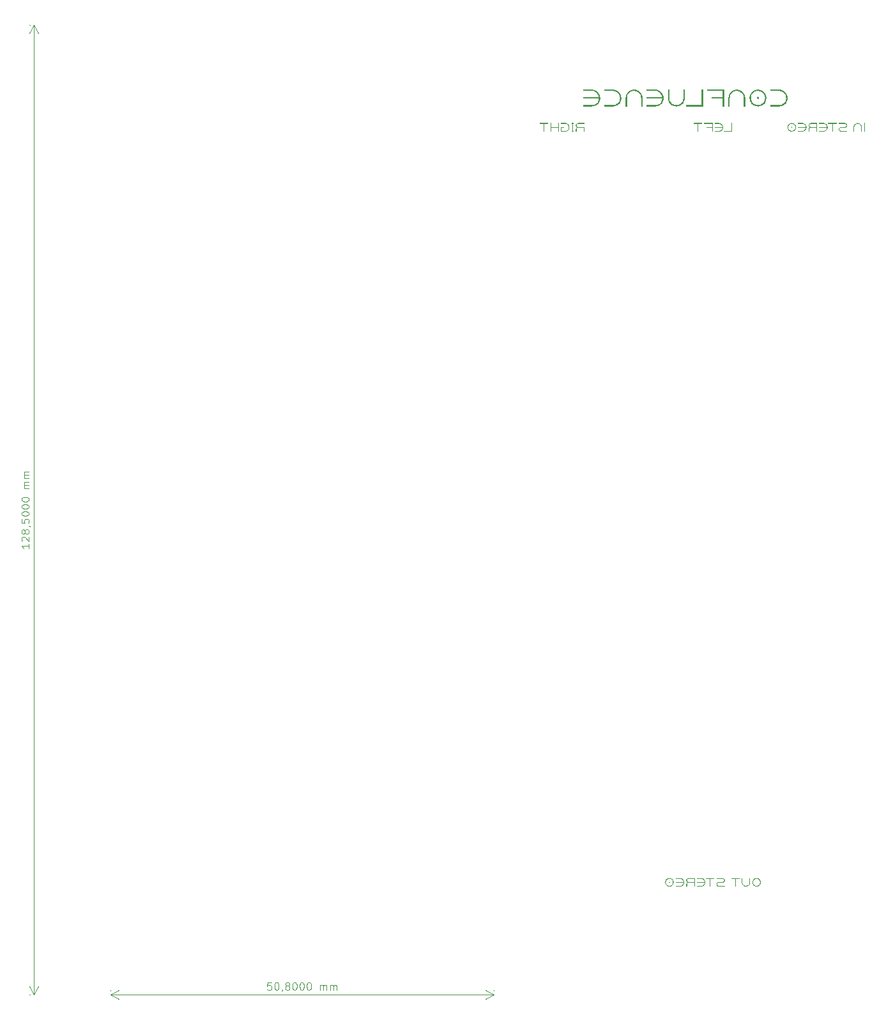
<source format=gbr>
%TF.GenerationSoftware,KiCad,Pcbnew,8.0.0*%
%TF.CreationDate,2024-04-17T20:06:12+02:00*%
%TF.ProjectId,4Channe_Mixer_panel,34436861-6e6e-4655-9f4d-697865725f70,rev?*%
%TF.SameCoordinates,Original*%
%TF.FileFunction,Legend,Bot*%
%TF.FilePolarity,Positive*%
%FSLAX46Y46*%
G04 Gerber Fmt 4.6, Leading zero omitted, Abs format (unit mm)*
G04 Created by KiCad (PCBNEW 8.0.0) date 2024-04-17 20:06:12*
%MOMM*%
%LPD*%
G01*
G04 APERTURE LIST*
%ADD10C,0.125000*%
%ADD11C,0.100000*%
G04 APERTURE END LIST*
D10*
G36*
X143598290Y-52056210D02*
G01*
X144320760Y-52056210D01*
X144320760Y-51024528D01*
X144414793Y-51024528D01*
X144414793Y-52056210D01*
X144414793Y-52077948D01*
X144414793Y-52150000D01*
X143598290Y-52150000D01*
X143294696Y-52150000D01*
X143294696Y-52056210D01*
X143378959Y-52056210D01*
X143598290Y-52056210D01*
G37*
G36*
X143205303Y-51587264D02*
G01*
X143202413Y-51644862D01*
X143193931Y-51700783D01*
X143180137Y-51754744D01*
X143161312Y-51806464D01*
X143137738Y-51855663D01*
X143109695Y-51902060D01*
X143077463Y-51945372D01*
X143041324Y-51985319D01*
X143001559Y-52021619D01*
X142958448Y-52053992D01*
X142912273Y-52082156D01*
X142863313Y-52105830D01*
X142811851Y-52124732D01*
X142758166Y-52138582D01*
X142702540Y-52147098D01*
X142645254Y-52150000D01*
X142085205Y-52150000D01*
X142085205Y-52056210D01*
X142645254Y-52056210D01*
X142711837Y-52051433D01*
X142775545Y-52037544D01*
X142835719Y-52015207D01*
X142891700Y-51985087D01*
X142942828Y-51947847D01*
X142988445Y-51904152D01*
X143027890Y-51854666D01*
X143060505Y-51800053D01*
X143085630Y-51740977D01*
X143102606Y-51678102D01*
X143109071Y-51634403D01*
X142085205Y-51634403D01*
X142085205Y-51540369D01*
X143109071Y-51540369D01*
X143097894Y-51475337D01*
X143078128Y-51413671D01*
X143050433Y-51356033D01*
X143015468Y-51303086D01*
X142973892Y-51255489D01*
X142926365Y-51213907D01*
X142873546Y-51178999D01*
X142816094Y-51151428D01*
X142754669Y-51131855D01*
X142689929Y-51120943D01*
X142645254Y-51118806D01*
X142085205Y-51118806D01*
X142085205Y-51024773D01*
X142645254Y-51024773D01*
X142702540Y-51027674D01*
X142758166Y-51036190D01*
X142811851Y-51050038D01*
X142863313Y-51068939D01*
X142912273Y-51092609D01*
X142958448Y-51120767D01*
X143001559Y-51153133D01*
X143041324Y-51189423D01*
X143077463Y-51229357D01*
X143109695Y-51272653D01*
X143137738Y-51319029D01*
X143161312Y-51368205D01*
X143180137Y-51419898D01*
X143193931Y-51473826D01*
X143202413Y-51529709D01*
X143205303Y-51587264D01*
G37*
G36*
X140988799Y-51024773D02*
G01*
X141805303Y-51024773D01*
X141805303Y-51096824D01*
X141805303Y-51118562D01*
X141805303Y-52150000D01*
X141711269Y-52150000D01*
X141711269Y-51634403D01*
X140988799Y-51634403D01*
X140988799Y-51540369D01*
X141711269Y-51540125D01*
X141711269Y-51118562D01*
X140988799Y-51118562D01*
X140769469Y-51118562D01*
X140685205Y-51118562D01*
X140685205Y-51024773D01*
X140988799Y-51024773D01*
G37*
G36*
X140405303Y-51118562D02*
G01*
X139892393Y-51118562D01*
X139892393Y-52150000D01*
X139798359Y-52150000D01*
X139798359Y-51118562D01*
X139285205Y-51118562D01*
X139285205Y-51024773D01*
X140405303Y-51024773D01*
X140405303Y-51118562D01*
G37*
G36*
X123670341Y-51329588D02*
G01*
X123676514Y-51268034D01*
X123694215Y-51210760D01*
X123722221Y-51158975D01*
X123759306Y-51113891D01*
X123804245Y-51076718D01*
X123855813Y-51048667D01*
X123912784Y-51030948D01*
X123973935Y-51024773D01*
X124790438Y-51024773D01*
X124790438Y-51118562D01*
X123973935Y-51118562D01*
X123921632Y-51125223D01*
X123874139Y-51144089D01*
X123833114Y-51173483D01*
X123800219Y-51211727D01*
X123777114Y-51257145D01*
X123765458Y-51308059D01*
X123764374Y-51329588D01*
X123770984Y-51382118D01*
X123789702Y-51429834D01*
X123818863Y-51471070D01*
X123856800Y-51504159D01*
X123901848Y-51527437D01*
X123952342Y-51539237D01*
X123973690Y-51540369D01*
X124790438Y-51540369D01*
X124790438Y-52150000D01*
X124696405Y-52150000D01*
X124696405Y-51634403D01*
X123973690Y-51634403D01*
X123921486Y-51641047D01*
X123874059Y-51659866D01*
X123833078Y-51689188D01*
X123800206Y-51727342D01*
X123777111Y-51772655D01*
X123765458Y-51823457D01*
X123764374Y-51844940D01*
X123764374Y-52150000D01*
X123670341Y-52150000D01*
X123670341Y-51844940D01*
X123674384Y-51795084D01*
X123689287Y-51738759D01*
X123714106Y-51687304D01*
X123747730Y-51641830D01*
X123789048Y-51603448D01*
X123812246Y-51587264D01*
X123767497Y-51552845D01*
X123729887Y-51510778D01*
X123700526Y-51462175D01*
X123680526Y-51408146D01*
X123671812Y-51359779D01*
X123670341Y-51329588D01*
G37*
G36*
X123108826Y-51118562D02*
G01*
X123108826Y-51024773D01*
X123390927Y-51024773D01*
X123390927Y-51118562D01*
X123296893Y-51118562D01*
X123296893Y-52056210D01*
X123390927Y-52056210D01*
X123390927Y-52150000D01*
X123108826Y-52150000D01*
X123108826Y-52056210D01*
X123202860Y-52056210D01*
X123202860Y-51118562D01*
X123108826Y-51118562D01*
G37*
G36*
X122829657Y-51587264D02*
G01*
X122826767Y-51644862D01*
X122818285Y-51700783D01*
X122804491Y-51754744D01*
X122785666Y-51806464D01*
X122762092Y-51855663D01*
X122734049Y-51902060D01*
X122701817Y-51945372D01*
X122665678Y-51985319D01*
X122625913Y-52021619D01*
X122582802Y-52053992D01*
X122536627Y-52082156D01*
X122487667Y-52105830D01*
X122436205Y-52124732D01*
X122382520Y-52138582D01*
X122326894Y-52147098D01*
X122269608Y-52150000D01*
X121709559Y-52150000D01*
X121709559Y-51540369D01*
X122110850Y-51540369D01*
X122110850Y-51634403D01*
X121803593Y-51634403D01*
X121803593Y-52056210D01*
X122269608Y-52056210D01*
X122340478Y-52050793D01*
X122408027Y-52035077D01*
X122471458Y-52009868D01*
X122529973Y-51975968D01*
X122582776Y-51934182D01*
X122629069Y-51885315D01*
X122668057Y-51830171D01*
X122698941Y-51769553D01*
X122720925Y-51704266D01*
X122733213Y-51635115D01*
X122735623Y-51587264D01*
X122730243Y-51516051D01*
X122714635Y-51448166D01*
X122689596Y-51384411D01*
X122655922Y-51325590D01*
X122614410Y-51272505D01*
X122565859Y-51225959D01*
X122511063Y-51186756D01*
X122450821Y-51155698D01*
X122385929Y-51133589D01*
X122317184Y-51121231D01*
X122269608Y-51118806D01*
X121709559Y-51118806D01*
X121709559Y-51024773D01*
X122269608Y-51024773D01*
X122326894Y-51027674D01*
X122382520Y-51036190D01*
X122436205Y-51050038D01*
X122487667Y-51068939D01*
X122536627Y-51092609D01*
X122582802Y-51120767D01*
X122625913Y-51153133D01*
X122665678Y-51189423D01*
X122701817Y-51229357D01*
X122734049Y-51272653D01*
X122762092Y-51319029D01*
X122785666Y-51368205D01*
X122804491Y-51419898D01*
X122818285Y-51473826D01*
X122826767Y-51529709D01*
X122829657Y-51587264D01*
G37*
G36*
X120403593Y-51540614D02*
G01*
X121335623Y-51540614D01*
X121335623Y-51024528D01*
X121429657Y-51024528D01*
X121429657Y-52150000D01*
X121335623Y-52150000D01*
X121335623Y-51634403D01*
X120403593Y-51634403D01*
X120403593Y-52150000D01*
X120309559Y-52150000D01*
X120309559Y-51024528D01*
X120403593Y-51024528D01*
X120403593Y-51540614D01*
G37*
G36*
X120029657Y-51118562D02*
G01*
X119516747Y-51118562D01*
X119516747Y-52150000D01*
X119422713Y-52150000D01*
X119422713Y-51118562D01*
X118909559Y-51118562D01*
X118909559Y-51024773D01*
X120029657Y-51024773D01*
X120029657Y-51118562D01*
G37*
G36*
X147682163Y-151027674D02*
G01*
X147737789Y-151036190D01*
X147791473Y-151050038D01*
X147842936Y-151068939D01*
X147891895Y-151092609D01*
X147938071Y-151120767D01*
X147981182Y-151153133D01*
X148020947Y-151189423D01*
X148057086Y-151229357D01*
X148089317Y-151272653D01*
X148117361Y-151319029D01*
X148140935Y-151368205D01*
X148159759Y-151419898D01*
X148173553Y-151473826D01*
X148182036Y-151529709D01*
X148184925Y-151587264D01*
X148182036Y-151644862D01*
X148173553Y-151700783D01*
X148159759Y-151754744D01*
X148140935Y-151806464D01*
X148117361Y-151855663D01*
X148089317Y-151902060D01*
X148057086Y-151945372D01*
X148020947Y-151985319D01*
X147981182Y-152021619D01*
X147938071Y-152053992D01*
X147891895Y-152082156D01*
X147842936Y-152105830D01*
X147791473Y-152124732D01*
X147737789Y-152138582D01*
X147682163Y-152147098D01*
X147624877Y-152150000D01*
X147567630Y-152147098D01*
X147512034Y-152138582D01*
X147458370Y-152124732D01*
X147406920Y-152105830D01*
X147357966Y-152082156D01*
X147311790Y-152053992D01*
X147268673Y-152021619D01*
X147228898Y-151985319D01*
X147192746Y-151945372D01*
X147160500Y-151902060D01*
X147132442Y-151855663D01*
X147108852Y-151806464D01*
X147090014Y-151754744D01*
X147076210Y-151700783D01*
X147067720Y-151644862D01*
X147064828Y-151587264D01*
X147158861Y-151587264D01*
X147164241Y-151658602D01*
X147179849Y-151726588D01*
X147204889Y-151790424D01*
X147238563Y-151849307D01*
X147280074Y-151902438D01*
X147328626Y-151949016D01*
X147383421Y-151988241D01*
X147443664Y-152019310D01*
X147508555Y-152041426D01*
X147577300Y-152053785D01*
X147624877Y-152056210D01*
X147695747Y-152050799D01*
X147763296Y-152035098D01*
X147826726Y-152009909D01*
X147885241Y-151976032D01*
X147938044Y-151934268D01*
X147984338Y-151885417D01*
X148023325Y-151830279D01*
X148054210Y-151769656D01*
X148076194Y-151704348D01*
X148088481Y-151635155D01*
X148090892Y-151587264D01*
X148085512Y-151515989D01*
X148069904Y-151448053D01*
X148044864Y-151384258D01*
X148011190Y-151325405D01*
X147969679Y-151272297D01*
X147921127Y-151225735D01*
X147866332Y-151186522D01*
X147806089Y-151155458D01*
X147741198Y-151133346D01*
X147672453Y-151120987D01*
X147624877Y-151118562D01*
X147554006Y-151123973D01*
X147486457Y-151139672D01*
X147423027Y-151164857D01*
X147364512Y-151198727D01*
X147311709Y-151240479D01*
X147265415Y-151289312D01*
X147226428Y-151344424D01*
X147195543Y-151405013D01*
X147173559Y-151470278D01*
X147161272Y-151539416D01*
X147158861Y-151587264D01*
X147064828Y-151587264D01*
X147067720Y-151529709D01*
X147076210Y-151473826D01*
X147090014Y-151419898D01*
X147108852Y-151368205D01*
X147132442Y-151319029D01*
X147160500Y-151272653D01*
X147192746Y-151229357D01*
X147228898Y-151189423D01*
X147268673Y-151153133D01*
X147311790Y-151120767D01*
X147357966Y-151092609D01*
X147406920Y-151068939D01*
X147458370Y-151050038D01*
X147512034Y-151036190D01*
X147567630Y-151027674D01*
X147624877Y-151024773D01*
X147682163Y-151027674D01*
G37*
G36*
X145758861Y-151587508D02*
G01*
X145764241Y-151658783D01*
X145779849Y-151726719D01*
X145804889Y-151790515D01*
X145838563Y-151849367D01*
X145880074Y-151902475D01*
X145928626Y-151949037D01*
X145983421Y-151988250D01*
X146043664Y-152019314D01*
X146108555Y-152041427D01*
X146177300Y-152053785D01*
X146224877Y-152056210D01*
X146295747Y-152050799D01*
X146363296Y-152035100D01*
X146426726Y-152009915D01*
X146485241Y-151976045D01*
X146538044Y-151934293D01*
X146584338Y-151885460D01*
X146623325Y-151830348D01*
X146654210Y-151769759D01*
X146676194Y-151704495D01*
X146688481Y-151635356D01*
X146690892Y-151587508D01*
X146690892Y-151024528D01*
X146784925Y-151024528D01*
X146784925Y-151587508D01*
X146782036Y-151645063D01*
X146773553Y-151700946D01*
X146759759Y-151754875D01*
X146740935Y-151806567D01*
X146717361Y-151855743D01*
X146689317Y-151902119D01*
X146657086Y-151945415D01*
X146620947Y-151985349D01*
X146581182Y-152021640D01*
X146538071Y-152054005D01*
X146491895Y-152082163D01*
X146442936Y-152105834D01*
X146391473Y-152124734D01*
X146337789Y-152138583D01*
X146282163Y-152147098D01*
X146224877Y-152150000D01*
X146167630Y-152147098D01*
X146112034Y-152138583D01*
X146058370Y-152124734D01*
X146006920Y-152105834D01*
X145957966Y-152082163D01*
X145911790Y-152054005D01*
X145868673Y-152021640D01*
X145828898Y-151985349D01*
X145792746Y-151945415D01*
X145760500Y-151902119D01*
X145732442Y-151855743D01*
X145708852Y-151806567D01*
X145690014Y-151754875D01*
X145676210Y-151700946D01*
X145667720Y-151645063D01*
X145664828Y-151587508D01*
X145664828Y-151024528D01*
X145758861Y-151024528D01*
X145758861Y-151587508D01*
G37*
G36*
X145384925Y-151118562D02*
G01*
X144872015Y-151118562D01*
X144872015Y-152150000D01*
X144777982Y-152150000D01*
X144777982Y-151118562D01*
X144264828Y-151118562D01*
X144264828Y-151024773D01*
X145384925Y-151024773D01*
X145384925Y-151118562D01*
G37*
G36*
X143121771Y-151024773D02*
G01*
X143182911Y-151030948D01*
X143239855Y-151048667D01*
X143291383Y-151076718D01*
X143336277Y-151113891D01*
X143373317Y-151158975D01*
X143401284Y-151210760D01*
X143418958Y-151268034D01*
X143425121Y-151329588D01*
X143418958Y-151391071D01*
X143401284Y-151448313D01*
X143373317Y-151500093D01*
X143336277Y-151545193D01*
X143291383Y-151582393D01*
X143239855Y-151610475D01*
X143182911Y-151628218D01*
X143121771Y-151634403D01*
X142608617Y-151634403D01*
X142556315Y-151641048D01*
X142508821Y-151659874D01*
X142467797Y-151689213D01*
X142434902Y-151727401D01*
X142411796Y-151772771D01*
X142400141Y-151823658D01*
X142399057Y-151845184D01*
X142405667Y-151897827D01*
X142424392Y-151945645D01*
X142453570Y-151986960D01*
X142491542Y-152020095D01*
X142536647Y-152043373D01*
X142587225Y-152055118D01*
X142608617Y-152056210D01*
X143425121Y-152056210D01*
X143425121Y-152150000D01*
X142608617Y-152150000D01*
X142547467Y-152143824D01*
X142490495Y-152126106D01*
X142438927Y-152098054D01*
X142393989Y-152060881D01*
X142356904Y-152015797D01*
X142328898Y-151964012D01*
X142311196Y-151906738D01*
X142305023Y-151845184D01*
X142311196Y-151783631D01*
X142328898Y-151726356D01*
X142356904Y-151674572D01*
X142393989Y-151629487D01*
X142438927Y-151592314D01*
X142490495Y-151564263D01*
X142547467Y-151546545D01*
X142608617Y-151540369D01*
X143121771Y-151540369D01*
X143174057Y-151533708D01*
X143221510Y-151514842D01*
X143262481Y-151485448D01*
X143295320Y-151447204D01*
X143318378Y-151401786D01*
X143330006Y-151350872D01*
X143331087Y-151329344D01*
X143324493Y-151276798D01*
X143305809Y-151229048D01*
X143276684Y-151187776D01*
X143238769Y-151154665D01*
X143193711Y-151131397D01*
X143143160Y-151119655D01*
X143121771Y-151118562D01*
X142305023Y-151118562D01*
X142305023Y-151024773D01*
X143121771Y-151024773D01*
G37*
G36*
X142025121Y-151118562D02*
G01*
X141512211Y-151118562D01*
X141512211Y-152150000D01*
X141418177Y-152150000D01*
X141418177Y-151118562D01*
X140905023Y-151118562D01*
X140905023Y-151024773D01*
X142025121Y-151024773D01*
X142025121Y-151118562D01*
G37*
G36*
X140835170Y-151587264D02*
G01*
X140832280Y-151644862D01*
X140823798Y-151700783D01*
X140810004Y-151754744D01*
X140791179Y-151806464D01*
X140767605Y-151855663D01*
X140739561Y-151902060D01*
X140707330Y-151945372D01*
X140671191Y-151985319D01*
X140631426Y-152021619D01*
X140588315Y-152053992D01*
X140542139Y-152082156D01*
X140493180Y-152105830D01*
X140441718Y-152124732D01*
X140388033Y-152138582D01*
X140332407Y-152147098D01*
X140275121Y-152150000D01*
X139715072Y-152150000D01*
X139715072Y-152056210D01*
X140275121Y-152056210D01*
X140341703Y-152051433D01*
X140405412Y-152037544D01*
X140465586Y-152015207D01*
X140521567Y-151985087D01*
X140572695Y-151947847D01*
X140618311Y-151904152D01*
X140657757Y-151854666D01*
X140690372Y-151800053D01*
X140715497Y-151740977D01*
X140732473Y-151678102D01*
X140738938Y-151634403D01*
X139715072Y-151634403D01*
X139715072Y-151540369D01*
X140738938Y-151540369D01*
X140727761Y-151475337D01*
X140707995Y-151413671D01*
X140680300Y-151356033D01*
X140645335Y-151303086D01*
X140603759Y-151255489D01*
X140556232Y-151213907D01*
X140503413Y-151178999D01*
X140445961Y-151151428D01*
X140384536Y-151131855D01*
X140319796Y-151120943D01*
X140275121Y-151118806D01*
X139715072Y-151118806D01*
X139715072Y-151024773D01*
X140275121Y-151024773D01*
X140332407Y-151027674D01*
X140388033Y-151036190D01*
X140441718Y-151050038D01*
X140493180Y-151068939D01*
X140542139Y-151092609D01*
X140588315Y-151120767D01*
X140631426Y-151153133D01*
X140671191Y-151189423D01*
X140707330Y-151229357D01*
X140739561Y-151272653D01*
X140767605Y-151319029D01*
X140791179Y-151368205D01*
X140810004Y-151419898D01*
X140823798Y-151473826D01*
X140832280Y-151529709D01*
X140835170Y-151587264D01*
G37*
G36*
X139435170Y-152150000D02*
G01*
X139341136Y-152150000D01*
X139341136Y-151634403D01*
X138618422Y-151634403D01*
X138566217Y-151641047D01*
X138518791Y-151659866D01*
X138477809Y-151689188D01*
X138444938Y-151727342D01*
X138421842Y-151772655D01*
X138410190Y-151823457D01*
X138409105Y-151844940D01*
X138409105Y-152150000D01*
X138315072Y-152150000D01*
X138315072Y-151844940D01*
X138319115Y-151795084D01*
X138334018Y-151738759D01*
X138358837Y-151687304D01*
X138392461Y-151641830D01*
X138433780Y-151603448D01*
X138456977Y-151587264D01*
X138412228Y-151552845D01*
X138374618Y-151510778D01*
X138345258Y-151462175D01*
X138325258Y-151408146D01*
X138316543Y-151359779D01*
X138315072Y-151329588D01*
X138409105Y-151329588D01*
X138415715Y-151382118D01*
X138434433Y-151429834D01*
X138463594Y-151471070D01*
X138501531Y-151504159D01*
X138546580Y-151527437D01*
X138597073Y-151539237D01*
X138618422Y-151540369D01*
X139341380Y-151540369D01*
X139341380Y-151118562D01*
X138618666Y-151118562D01*
X138566363Y-151125223D01*
X138518870Y-151144089D01*
X138477845Y-151173483D01*
X138444950Y-151211727D01*
X138421845Y-151257145D01*
X138410190Y-151308059D01*
X138409105Y-151329588D01*
X138315072Y-151329588D01*
X138321245Y-151268034D01*
X138338947Y-151210760D01*
X138366953Y-151158975D01*
X138404037Y-151113891D01*
X138448976Y-151076718D01*
X138500544Y-151048667D01*
X138557515Y-151030948D01*
X138618666Y-151024773D01*
X139435170Y-151024773D01*
X139435170Y-152150000D01*
G37*
G36*
X138035170Y-151587264D02*
G01*
X138032280Y-151644862D01*
X138023798Y-151700783D01*
X138010004Y-151754744D01*
X137991179Y-151806464D01*
X137967605Y-151855663D01*
X137939561Y-151902060D01*
X137907330Y-151945372D01*
X137871191Y-151985319D01*
X137831426Y-152021619D01*
X137788315Y-152053992D01*
X137742139Y-152082156D01*
X137693180Y-152105830D01*
X137641718Y-152124732D01*
X137588033Y-152138582D01*
X137532407Y-152147098D01*
X137475121Y-152150000D01*
X136915072Y-152150000D01*
X136915072Y-152056210D01*
X137475121Y-152056210D01*
X137541703Y-152051433D01*
X137605412Y-152037544D01*
X137665586Y-152015207D01*
X137721567Y-151985087D01*
X137772695Y-151947847D01*
X137818311Y-151904152D01*
X137857757Y-151854666D01*
X137890372Y-151800053D01*
X137915497Y-151740977D01*
X137932473Y-151678102D01*
X137938938Y-151634403D01*
X136915072Y-151634403D01*
X136915072Y-151540369D01*
X137938938Y-151540369D01*
X137927761Y-151475337D01*
X137907995Y-151413671D01*
X137880300Y-151356033D01*
X137845335Y-151303086D01*
X137803759Y-151255489D01*
X137756232Y-151213907D01*
X137703413Y-151178999D01*
X137645961Y-151151428D01*
X137584536Y-151131855D01*
X137519796Y-151120943D01*
X137475121Y-151118806D01*
X136915072Y-151118806D01*
X136915072Y-151024773D01*
X137475121Y-151024773D01*
X137532407Y-151027674D01*
X137588033Y-151036190D01*
X137641718Y-151050038D01*
X137693180Y-151068939D01*
X137742139Y-151092609D01*
X137788315Y-151120767D01*
X137831426Y-151153133D01*
X137871191Y-151189423D01*
X137907330Y-151229357D01*
X137939561Y-151272653D01*
X137967605Y-151319029D01*
X137991179Y-151368205D01*
X138010004Y-151419898D01*
X138023798Y-151473826D01*
X138032280Y-151529709D01*
X138035170Y-151587264D01*
G37*
G36*
X136122411Y-151527629D02*
G01*
X136145099Y-151572503D01*
X136145463Y-151579692D01*
X136127184Y-151626776D01*
X136082310Y-151649427D01*
X136075121Y-151649790D01*
X136027830Y-151631537D01*
X136005142Y-151586839D01*
X136004779Y-151579692D01*
X136023057Y-151532402D01*
X136067931Y-151509714D01*
X136075121Y-151509351D01*
X136122411Y-151527629D01*
G37*
G36*
X136132407Y-151027640D02*
G01*
X136188033Y-151036055D01*
X136241718Y-151049737D01*
X136293180Y-151068408D01*
X136342139Y-151091787D01*
X136388315Y-151119595D01*
X136431426Y-151151552D01*
X136471191Y-151187377D01*
X136507330Y-151226792D01*
X136539561Y-151269516D01*
X136567605Y-151315270D01*
X136591179Y-151363774D01*
X136610004Y-151414748D01*
X136623798Y-151467912D01*
X136632280Y-151522987D01*
X136635170Y-151579692D01*
X136632280Y-151638100D01*
X136623798Y-151694799D01*
X136610004Y-151749503D01*
X136591179Y-151801931D01*
X136567605Y-151851796D01*
X136539561Y-151898816D01*
X136507330Y-151942706D01*
X136471191Y-151983182D01*
X136431426Y-152019960D01*
X136388315Y-152052756D01*
X136342139Y-152081285D01*
X136293180Y-152105265D01*
X136241718Y-152124410D01*
X136188033Y-152138437D01*
X136132407Y-152147062D01*
X136075121Y-152150000D01*
X136017875Y-152147062D01*
X135962279Y-152138437D01*
X135908615Y-152124410D01*
X135857165Y-152105265D01*
X135808210Y-152081285D01*
X135762034Y-152052756D01*
X135718917Y-152019960D01*
X135679142Y-151983182D01*
X135642991Y-151942706D01*
X135610744Y-151898816D01*
X135582686Y-151851796D01*
X135559097Y-151801931D01*
X135540259Y-151749503D01*
X135526454Y-151694799D01*
X135517964Y-151638100D01*
X135515072Y-151579692D01*
X135609105Y-151579692D01*
X135614485Y-151651951D01*
X135630093Y-151720895D01*
X135655133Y-151785696D01*
X135688807Y-151845527D01*
X135730318Y-151899558D01*
X135778870Y-151946962D01*
X135833666Y-151986910D01*
X135893908Y-152018574D01*
X135958800Y-152041125D01*
X136027544Y-152053735D01*
X136075121Y-152056210D01*
X136145991Y-152050688D01*
X136213540Y-152034672D01*
X136276970Y-152008991D01*
X136335486Y-151974474D01*
X136388288Y-151931948D01*
X136434582Y-151882243D01*
X136473570Y-151826187D01*
X136504454Y-151764607D01*
X136526438Y-151698333D01*
X136538725Y-151628192D01*
X136541136Y-151579692D01*
X136535756Y-151509451D01*
X136520148Y-151442540D01*
X136495109Y-151379743D01*
X136461435Y-151321839D01*
X136419923Y-151269611D01*
X136371371Y-151223839D01*
X136316576Y-151185305D01*
X136256334Y-151154790D01*
X136191442Y-151133075D01*
X136122697Y-151120942D01*
X136075121Y-151118562D01*
X136004250Y-151123874D01*
X135936702Y-151139287D01*
X135873271Y-151164022D01*
X135814756Y-151197297D01*
X135761953Y-151238331D01*
X135715659Y-151286342D01*
X135676672Y-151340548D01*
X135645788Y-151400170D01*
X135623803Y-151464425D01*
X135611516Y-151532533D01*
X135609105Y-151579692D01*
X135515072Y-151579692D01*
X135517964Y-151522987D01*
X135526454Y-151467912D01*
X135540259Y-151414748D01*
X135559097Y-151363774D01*
X135582686Y-151315270D01*
X135610744Y-151269516D01*
X135642991Y-151226792D01*
X135679142Y-151187377D01*
X135718917Y-151151552D01*
X135762034Y-151119595D01*
X135808210Y-151091787D01*
X135857165Y-151068408D01*
X135908615Y-151049737D01*
X135962279Y-151036055D01*
X136017875Y-151027640D01*
X136075121Y-151024773D01*
X136132407Y-151027640D01*
G37*
D11*
G36*
X151729587Y-47704528D02*
G01*
X151723808Y-47819725D01*
X151706843Y-47931566D01*
X151679255Y-48039488D01*
X151641606Y-48142929D01*
X151594458Y-48241327D01*
X151538371Y-48334120D01*
X151473908Y-48420744D01*
X151401630Y-48500638D01*
X151322100Y-48573239D01*
X151235878Y-48637985D01*
X151143527Y-48694312D01*
X151045608Y-48741660D01*
X150942683Y-48779465D01*
X150835314Y-48807165D01*
X150724062Y-48824197D01*
X150609490Y-48830000D01*
X149489392Y-48830000D01*
X149489392Y-48642421D01*
X150609490Y-48642421D01*
X150751230Y-48631598D01*
X150886328Y-48600197D01*
X151013189Y-48549819D01*
X151130219Y-48482065D01*
X151235825Y-48398536D01*
X151328412Y-48300834D01*
X151406387Y-48190559D01*
X151468156Y-48069313D01*
X151512124Y-47938696D01*
X151536699Y-47800311D01*
X151541520Y-47704528D01*
X151530761Y-47561978D01*
X151499544Y-47426106D01*
X151449465Y-47298516D01*
X151382117Y-47180811D01*
X151299095Y-47074595D01*
X151201991Y-46981471D01*
X151092400Y-46903044D01*
X150971915Y-46840916D01*
X150842132Y-46796692D01*
X150704643Y-46771974D01*
X150609490Y-46767124D01*
X149489392Y-46767124D01*
X149489392Y-46579546D01*
X150609490Y-46579546D01*
X150724062Y-46585348D01*
X150835314Y-46602380D01*
X150942683Y-46630077D01*
X151045608Y-46667878D01*
X151143527Y-46715218D01*
X151235878Y-46771535D01*
X151322100Y-46836266D01*
X151401630Y-46908846D01*
X151473908Y-46988714D01*
X151538371Y-47075306D01*
X151594458Y-47168059D01*
X151641606Y-47266410D01*
X151679255Y-47369796D01*
X151706843Y-47477653D01*
X151723808Y-47589418D01*
X151729587Y-47704528D01*
G37*
G36*
X147904071Y-47585259D02*
G01*
X147949447Y-47675006D01*
X147950173Y-47689385D01*
X147913616Y-47783552D01*
X147823869Y-47828854D01*
X147809490Y-47829581D01*
X147714908Y-47793074D01*
X147669532Y-47703679D01*
X147668806Y-47689385D01*
X147705363Y-47594804D01*
X147795110Y-47549428D01*
X147809490Y-47548702D01*
X147904071Y-47585259D01*
G37*
G36*
X147924062Y-46585280D02*
G01*
X148035314Y-46602110D01*
X148142683Y-46629475D01*
X148245608Y-46666817D01*
X148343527Y-46713575D01*
X148435878Y-46769191D01*
X148522100Y-46833104D01*
X148601630Y-46904755D01*
X148673908Y-46983585D01*
X148738371Y-47069033D01*
X148794458Y-47160541D01*
X148841606Y-47257549D01*
X148879255Y-47359497D01*
X148906843Y-47465825D01*
X148923808Y-47575974D01*
X148929587Y-47689385D01*
X148923808Y-47806201D01*
X148906843Y-47919598D01*
X148879255Y-48029007D01*
X148841606Y-48133862D01*
X148794458Y-48233593D01*
X148738371Y-48327632D01*
X148673908Y-48415412D01*
X148601630Y-48496364D01*
X148522100Y-48569920D01*
X148435878Y-48635512D01*
X148343527Y-48692571D01*
X148245608Y-48740530D01*
X148142683Y-48778821D01*
X148035314Y-48806875D01*
X147924062Y-48824124D01*
X147809490Y-48830000D01*
X147694997Y-48824124D01*
X147583805Y-48806875D01*
X147476477Y-48778821D01*
X147373577Y-48740530D01*
X147275669Y-48692571D01*
X147183316Y-48635512D01*
X147097082Y-48569920D01*
X147017532Y-48496364D01*
X146945229Y-48415412D01*
X146880737Y-48327632D01*
X146824620Y-48233593D01*
X146777441Y-48133862D01*
X146739765Y-48029007D01*
X146712156Y-47919598D01*
X146695177Y-47806201D01*
X146689392Y-47689385D01*
X146877459Y-47689385D01*
X146888218Y-47833902D01*
X146919435Y-47971790D01*
X146969514Y-48101393D01*
X147036862Y-48221054D01*
X147119884Y-48329117D01*
X147216988Y-48423925D01*
X147326579Y-48503821D01*
X147447064Y-48567148D01*
X147576847Y-48612251D01*
X147714336Y-48637471D01*
X147809490Y-48642421D01*
X147951230Y-48631376D01*
X148086328Y-48599344D01*
X148213189Y-48547982D01*
X148330219Y-48478948D01*
X148435825Y-48393897D01*
X148528412Y-48294487D01*
X148606387Y-48182374D01*
X148668156Y-48059215D01*
X148712124Y-47926666D01*
X148736699Y-47786384D01*
X148741520Y-47689385D01*
X148730761Y-47548902D01*
X148699544Y-47415081D01*
X148649465Y-47289486D01*
X148582117Y-47173679D01*
X148499095Y-47069222D01*
X148401991Y-46977679D01*
X148292400Y-46900611D01*
X148171915Y-46839581D01*
X148042132Y-46796151D01*
X147904643Y-46771884D01*
X147809490Y-46767124D01*
X147667749Y-46777748D01*
X147532651Y-46808575D01*
X147405790Y-46858045D01*
X147288760Y-46924595D01*
X147183154Y-47006662D01*
X147090567Y-47102684D01*
X147012592Y-47211097D01*
X146950823Y-47330341D01*
X146906855Y-47458851D01*
X146882280Y-47595067D01*
X146877459Y-47689385D01*
X146689392Y-47689385D01*
X146695177Y-47575974D01*
X146712156Y-47465825D01*
X146739765Y-47359497D01*
X146777441Y-47257549D01*
X146824620Y-47160541D01*
X146880737Y-47069033D01*
X146945229Y-46983585D01*
X147017532Y-46904755D01*
X147097082Y-46833104D01*
X147183316Y-46769191D01*
X147275669Y-46713575D01*
X147373577Y-46666817D01*
X147476477Y-46629475D01*
X147583805Y-46602110D01*
X147694997Y-46585280D01*
X147809490Y-46579546D01*
X147924062Y-46585280D01*
G37*
G36*
X145009490Y-46579546D02*
G01*
X145124062Y-46585343D01*
X145235314Y-46602359D01*
X145342683Y-46630032D01*
X145445608Y-46667802D01*
X145543527Y-46715105D01*
X145635878Y-46771381D01*
X145722100Y-46836067D01*
X145801630Y-46908602D01*
X145873908Y-46988425D01*
X145938371Y-47074972D01*
X145994458Y-47167684D01*
X146041606Y-47265998D01*
X146079255Y-47369352D01*
X146106843Y-47477185D01*
X146123808Y-47588935D01*
X146129587Y-47704040D01*
X146129587Y-48830000D01*
X145941520Y-48830000D01*
X145941520Y-47704040D01*
X145930761Y-47561614D01*
X145899544Y-47425844D01*
X145849465Y-47298334D01*
X145782117Y-47180691D01*
X145699095Y-47074522D01*
X145601991Y-46981430D01*
X145492400Y-46903024D01*
X145371915Y-46840909D01*
X145242132Y-46796690D01*
X145104643Y-46771974D01*
X145009490Y-46767124D01*
X144867749Y-46777946D01*
X144732651Y-46809342D01*
X144605790Y-46859705D01*
X144488760Y-46927429D01*
X144383154Y-47010908D01*
X144290567Y-47108538D01*
X144212592Y-47218710D01*
X144150823Y-47339820D01*
X144106855Y-47470262D01*
X144082280Y-47608430D01*
X144077459Y-47704040D01*
X144077459Y-48830000D01*
X143889392Y-48830000D01*
X143889392Y-47704040D01*
X143895177Y-47588935D01*
X143912156Y-47477185D01*
X143939765Y-47369352D01*
X143977441Y-47265998D01*
X144024620Y-47167684D01*
X144080737Y-47074972D01*
X144145229Y-46988425D01*
X144217532Y-46908602D01*
X144297082Y-46836067D01*
X144383316Y-46771381D01*
X144475669Y-46715105D01*
X144573577Y-46667802D01*
X144676477Y-46630032D01*
X144783805Y-46602359D01*
X144894997Y-46585343D01*
X145009490Y-46579546D01*
G37*
G36*
X141696580Y-46579546D02*
G01*
X143329587Y-46579546D01*
X143329587Y-46723649D01*
X143329587Y-46767124D01*
X143329587Y-48830000D01*
X143141520Y-48830000D01*
X143141520Y-47798806D01*
X141696580Y-47798806D01*
X141696580Y-47610739D01*
X143141520Y-47610251D01*
X143141520Y-46767124D01*
X141696580Y-46767124D01*
X141257919Y-46767124D01*
X141089392Y-46767124D01*
X141089392Y-46579546D01*
X141696580Y-46579546D01*
G37*
G36*
X138896580Y-48642421D02*
G01*
X140341520Y-48642421D01*
X140341520Y-46579057D01*
X140529587Y-46579057D01*
X140529587Y-48642421D01*
X140529587Y-48685896D01*
X140529587Y-48830000D01*
X138896580Y-48830000D01*
X138289392Y-48830000D01*
X138289392Y-48642421D01*
X138457919Y-48642421D01*
X138896580Y-48642421D01*
G37*
G36*
X136058478Y-47705017D02*
G01*
X136069237Y-47847567D01*
X136100454Y-47983439D01*
X136150533Y-48111030D01*
X136217880Y-48228735D01*
X136300903Y-48334951D01*
X136398007Y-48428074D01*
X136507598Y-48506501D01*
X136628082Y-48568629D01*
X136757866Y-48612854D01*
X136895355Y-48637571D01*
X136990508Y-48642421D01*
X137132249Y-48631599D01*
X137267347Y-48600200D01*
X137394208Y-48549830D01*
X137511238Y-48482091D01*
X137616844Y-48398587D01*
X137709431Y-48300921D01*
X137787406Y-48190697D01*
X137849175Y-48069519D01*
X137893143Y-47938990D01*
X137917718Y-47800713D01*
X137922539Y-47705017D01*
X137922539Y-46579057D01*
X138110606Y-46579057D01*
X138110606Y-47705017D01*
X138104826Y-47820127D01*
X138087862Y-47931893D01*
X138060274Y-48039750D01*
X138022625Y-48143135D01*
X137975476Y-48241486D01*
X137919390Y-48334239D01*
X137854927Y-48420831D01*
X137782649Y-48500699D01*
X137703118Y-48573280D01*
X137616897Y-48638010D01*
X137524546Y-48694327D01*
X137426627Y-48741668D01*
X137323702Y-48779468D01*
X137216333Y-48807166D01*
X137105081Y-48824197D01*
X136990508Y-48830000D01*
X136876016Y-48824197D01*
X136764824Y-48807166D01*
X136657496Y-48779468D01*
X136554596Y-48741668D01*
X136456687Y-48694327D01*
X136364335Y-48638010D01*
X136278101Y-48573280D01*
X136198551Y-48500699D01*
X136126248Y-48420831D01*
X136061756Y-48334239D01*
X136005639Y-48241486D01*
X135958460Y-48143135D01*
X135920784Y-48039750D01*
X135893175Y-47931893D01*
X135876196Y-47820127D01*
X135870411Y-47705017D01*
X135870411Y-46579057D01*
X136058478Y-46579057D01*
X136058478Y-47705017D01*
G37*
G36*
X135310606Y-47704528D02*
G01*
X135304826Y-47819725D01*
X135287862Y-47931566D01*
X135260274Y-48039488D01*
X135222625Y-48142929D01*
X135175476Y-48241327D01*
X135119390Y-48334120D01*
X135054927Y-48420744D01*
X134982649Y-48500638D01*
X134903118Y-48573239D01*
X134816897Y-48637985D01*
X134724546Y-48694312D01*
X134626627Y-48741660D01*
X134523702Y-48779465D01*
X134416333Y-48807165D01*
X134305081Y-48824197D01*
X134190508Y-48830000D01*
X133070411Y-48830000D01*
X133070411Y-48642421D01*
X134190508Y-48642421D01*
X134323674Y-48632866D01*
X134451090Y-48605088D01*
X134571438Y-48560415D01*
X134683400Y-48500174D01*
X134785657Y-48425695D01*
X134876890Y-48338305D01*
X134955780Y-48239333D01*
X135021010Y-48130106D01*
X135071261Y-48011954D01*
X135105213Y-47886204D01*
X135118143Y-47798806D01*
X133070411Y-47798806D01*
X133070411Y-47610739D01*
X135118143Y-47610739D01*
X135095788Y-47480674D01*
X135056256Y-47357343D01*
X135000866Y-47242067D01*
X134930936Y-47136172D01*
X134847785Y-47040979D01*
X134752731Y-46957814D01*
X134647093Y-46887998D01*
X134532189Y-46832856D01*
X134409338Y-46793711D01*
X134279859Y-46771887D01*
X134190508Y-46767613D01*
X133070411Y-46767613D01*
X133070411Y-46579546D01*
X134190508Y-46579546D01*
X134305081Y-46585348D01*
X134416333Y-46602380D01*
X134523702Y-46630077D01*
X134626627Y-46667878D01*
X134724546Y-46715218D01*
X134816897Y-46771535D01*
X134903118Y-46836266D01*
X134982649Y-46908846D01*
X135054927Y-46988714D01*
X135119390Y-47075306D01*
X135175476Y-47168059D01*
X135222625Y-47266410D01*
X135260274Y-47369796D01*
X135287862Y-47477653D01*
X135304826Y-47589418D01*
X135310606Y-47704528D01*
G37*
G36*
X131390508Y-46579546D02*
G01*
X131505081Y-46585343D01*
X131616333Y-46602359D01*
X131723702Y-46630032D01*
X131826627Y-46667802D01*
X131924546Y-46715105D01*
X132016897Y-46771381D01*
X132103118Y-46836067D01*
X132182649Y-46908602D01*
X132254927Y-46988425D01*
X132319390Y-47074972D01*
X132375476Y-47167684D01*
X132422625Y-47265998D01*
X132460274Y-47369352D01*
X132487862Y-47477185D01*
X132504826Y-47588935D01*
X132510606Y-47704040D01*
X132510606Y-48830000D01*
X132322539Y-48830000D01*
X132322539Y-47704040D01*
X132311779Y-47561614D01*
X132280563Y-47425844D01*
X132230484Y-47298334D01*
X132163136Y-47180691D01*
X132080113Y-47074522D01*
X131983010Y-46981430D01*
X131873418Y-46903024D01*
X131752934Y-46840909D01*
X131623151Y-46796690D01*
X131485661Y-46771974D01*
X131390508Y-46767124D01*
X131248768Y-46777946D01*
X131113670Y-46809342D01*
X130986809Y-46859705D01*
X130869779Y-46927429D01*
X130764173Y-47010908D01*
X130671586Y-47108538D01*
X130593611Y-47218710D01*
X130531842Y-47339820D01*
X130487874Y-47470262D01*
X130463299Y-47608430D01*
X130458478Y-47704040D01*
X130458478Y-48830000D01*
X130270411Y-48830000D01*
X130270411Y-47704040D01*
X130276196Y-47588935D01*
X130293175Y-47477185D01*
X130320784Y-47369352D01*
X130358460Y-47265998D01*
X130405639Y-47167684D01*
X130461756Y-47074972D01*
X130526248Y-46988425D01*
X130598551Y-46908602D01*
X130678101Y-46836067D01*
X130764335Y-46771381D01*
X130856687Y-46715105D01*
X130954596Y-46667802D01*
X131057496Y-46630032D01*
X131164824Y-46602359D01*
X131276016Y-46585343D01*
X131390508Y-46579546D01*
G37*
G36*
X129710606Y-47704528D02*
G01*
X129704826Y-47819725D01*
X129687862Y-47931566D01*
X129660274Y-48039488D01*
X129622625Y-48142929D01*
X129575476Y-48241327D01*
X129519390Y-48334120D01*
X129454927Y-48420744D01*
X129382649Y-48500638D01*
X129303118Y-48573239D01*
X129216897Y-48637985D01*
X129124546Y-48694312D01*
X129026627Y-48741660D01*
X128923702Y-48779465D01*
X128816333Y-48807165D01*
X128705081Y-48824197D01*
X128590508Y-48830000D01*
X127470411Y-48830000D01*
X127470411Y-48642421D01*
X128590508Y-48642421D01*
X128732249Y-48631598D01*
X128867347Y-48600197D01*
X128994208Y-48549819D01*
X129111238Y-48482065D01*
X129216844Y-48398536D01*
X129309431Y-48300834D01*
X129387406Y-48190559D01*
X129449175Y-48069313D01*
X129493143Y-47938696D01*
X129517718Y-47800311D01*
X129522539Y-47704528D01*
X129511779Y-47561978D01*
X129480563Y-47426106D01*
X129430484Y-47298516D01*
X129363136Y-47180811D01*
X129280113Y-47074595D01*
X129183010Y-46981471D01*
X129073418Y-46903044D01*
X128952934Y-46840916D01*
X128823151Y-46796692D01*
X128685661Y-46771974D01*
X128590508Y-46767124D01*
X127470411Y-46767124D01*
X127470411Y-46579546D01*
X128590508Y-46579546D01*
X128705081Y-46585348D01*
X128816333Y-46602380D01*
X128923702Y-46630077D01*
X129026627Y-46667878D01*
X129124546Y-46715218D01*
X129216897Y-46771535D01*
X129303118Y-46836266D01*
X129382649Y-46908846D01*
X129454927Y-46988714D01*
X129519390Y-47075306D01*
X129575476Y-47168059D01*
X129622625Y-47266410D01*
X129660274Y-47369796D01*
X129687862Y-47477653D01*
X129704826Y-47589418D01*
X129710606Y-47704528D01*
G37*
G36*
X126910606Y-47704528D02*
G01*
X126904826Y-47819725D01*
X126887862Y-47931566D01*
X126860274Y-48039488D01*
X126822625Y-48142929D01*
X126775476Y-48241327D01*
X126719390Y-48334120D01*
X126654927Y-48420744D01*
X126582649Y-48500638D01*
X126503118Y-48573239D01*
X126416897Y-48637985D01*
X126324546Y-48694312D01*
X126226627Y-48741660D01*
X126123702Y-48779465D01*
X126016333Y-48807165D01*
X125905081Y-48824197D01*
X125790508Y-48830000D01*
X124670411Y-48830000D01*
X124670411Y-48642421D01*
X125790508Y-48642421D01*
X125923674Y-48632866D01*
X126051090Y-48605088D01*
X126171438Y-48560415D01*
X126283400Y-48500174D01*
X126385657Y-48425695D01*
X126476890Y-48338305D01*
X126555780Y-48239333D01*
X126621010Y-48130106D01*
X126671261Y-48011954D01*
X126705213Y-47886204D01*
X126718143Y-47798806D01*
X124670411Y-47798806D01*
X124670411Y-47610739D01*
X126718143Y-47610739D01*
X126695788Y-47480674D01*
X126656256Y-47357343D01*
X126600866Y-47242067D01*
X126530936Y-47136172D01*
X126447785Y-47040979D01*
X126352731Y-46957814D01*
X126247093Y-46887998D01*
X126132189Y-46832856D01*
X126009338Y-46793711D01*
X125879859Y-46771887D01*
X125790508Y-46767613D01*
X124670411Y-46767613D01*
X124670411Y-46579546D01*
X125790508Y-46579546D01*
X125905081Y-46585348D01*
X126016333Y-46602380D01*
X126123702Y-46630077D01*
X126226627Y-46667878D01*
X126324546Y-46715218D01*
X126416897Y-46771535D01*
X126503118Y-46836266D01*
X126582649Y-46908846D01*
X126654927Y-46988714D01*
X126719390Y-47075306D01*
X126775476Y-47168059D01*
X126822625Y-47266410D01*
X126860274Y-47369796D01*
X126887862Y-47477653D01*
X126904826Y-47589418D01*
X126910606Y-47704528D01*
G37*
D10*
G36*
X161971772Y-52150000D02*
G01*
X161877738Y-52150000D01*
X161877982Y-51024528D01*
X161971772Y-51024528D01*
X161971772Y-52150000D01*
G37*
G36*
X161038275Y-51024773D02*
G01*
X161095562Y-51027671D01*
X161151188Y-51036179D01*
X161204872Y-51050016D01*
X161256335Y-51068901D01*
X161305294Y-51092552D01*
X161351470Y-51120690D01*
X161394580Y-51153033D01*
X161434346Y-51189301D01*
X161470485Y-51229212D01*
X161502716Y-51272486D01*
X161530759Y-51318842D01*
X161554334Y-51367999D01*
X161573158Y-51419676D01*
X161586952Y-51473592D01*
X161595434Y-51529467D01*
X161598324Y-51587020D01*
X161598324Y-52150000D01*
X161504291Y-52150000D01*
X161504291Y-51587020D01*
X161498911Y-51515807D01*
X161483303Y-51447922D01*
X161458263Y-51384167D01*
X161424589Y-51325345D01*
X161383078Y-51272261D01*
X161334526Y-51225715D01*
X161279731Y-51186512D01*
X161219488Y-51155454D01*
X161154597Y-51133345D01*
X161085852Y-51120987D01*
X161038275Y-51118562D01*
X160967405Y-51123973D01*
X160899856Y-51139671D01*
X160836426Y-51164852D01*
X160777911Y-51198714D01*
X160725108Y-51240454D01*
X160678814Y-51289269D01*
X160639827Y-51344355D01*
X160608942Y-51404910D01*
X160586958Y-51470131D01*
X160574671Y-51539215D01*
X160572260Y-51587020D01*
X160572260Y-52150000D01*
X160478227Y-52150000D01*
X160478227Y-51587020D01*
X160481119Y-51529467D01*
X160489609Y-51473592D01*
X160503413Y-51419676D01*
X160522251Y-51367999D01*
X160545841Y-51318842D01*
X160573899Y-51272486D01*
X160606145Y-51229212D01*
X160642297Y-51189301D01*
X160682072Y-51153033D01*
X160725189Y-51120690D01*
X160771365Y-51092552D01*
X160820319Y-51068901D01*
X160871769Y-51050016D01*
X160925433Y-51036179D01*
X160981029Y-51027671D01*
X161038275Y-51024773D01*
G37*
G36*
X159335170Y-51024773D02*
G01*
X159396310Y-51030948D01*
X159453254Y-51048667D01*
X159504782Y-51076718D01*
X159549676Y-51113891D01*
X159586716Y-51158975D01*
X159614683Y-51210760D01*
X159632357Y-51268034D01*
X159638520Y-51329588D01*
X159632357Y-51391071D01*
X159614683Y-51448313D01*
X159586716Y-51500093D01*
X159549676Y-51545193D01*
X159504782Y-51582393D01*
X159453254Y-51610475D01*
X159396310Y-51628218D01*
X159335170Y-51634403D01*
X158822016Y-51634403D01*
X158769714Y-51641048D01*
X158722220Y-51659874D01*
X158681196Y-51689213D01*
X158648300Y-51727401D01*
X158625195Y-51772771D01*
X158613540Y-51823658D01*
X158612455Y-51845184D01*
X158619066Y-51897827D01*
X158637791Y-51945645D01*
X158666969Y-51986960D01*
X158704941Y-52020095D01*
X158750046Y-52043373D01*
X158800624Y-52055118D01*
X158822016Y-52056210D01*
X159638520Y-52056210D01*
X159638520Y-52150000D01*
X158822016Y-52150000D01*
X158760865Y-52143824D01*
X158703894Y-52126106D01*
X158652326Y-52098054D01*
X158607387Y-52060881D01*
X158570303Y-52015797D01*
X158542297Y-51964012D01*
X158524595Y-51906738D01*
X158518422Y-51845184D01*
X158524595Y-51783631D01*
X158542297Y-51726356D01*
X158570303Y-51674572D01*
X158607387Y-51629487D01*
X158652326Y-51592314D01*
X158703894Y-51564263D01*
X158760865Y-51546545D01*
X158822016Y-51540369D01*
X159335170Y-51540369D01*
X159387456Y-51533708D01*
X159434909Y-51514842D01*
X159475880Y-51485448D01*
X159508718Y-51447204D01*
X159531776Y-51401786D01*
X159543405Y-51350872D01*
X159544486Y-51329344D01*
X159537892Y-51276798D01*
X159519208Y-51229048D01*
X159490083Y-51187776D01*
X159452168Y-51154665D01*
X159407110Y-51131397D01*
X159356559Y-51119655D01*
X159335170Y-51118562D01*
X158518422Y-51118562D01*
X158518422Y-51024773D01*
X159335170Y-51024773D01*
G37*
G36*
X158238520Y-51118562D02*
G01*
X157725610Y-51118562D01*
X157725610Y-52150000D01*
X157631576Y-52150000D01*
X157631576Y-51118562D01*
X157118422Y-51118562D01*
X157118422Y-51024773D01*
X158238520Y-51024773D01*
X158238520Y-51118562D01*
G37*
G36*
X157048569Y-51587264D02*
G01*
X157045679Y-51644862D01*
X157037196Y-51700783D01*
X157023403Y-51754744D01*
X157004578Y-51806464D01*
X156981004Y-51855663D01*
X156952960Y-51902060D01*
X156920729Y-51945372D01*
X156884590Y-51985319D01*
X156844825Y-52021619D01*
X156801714Y-52053992D01*
X156755538Y-52082156D01*
X156706579Y-52105830D01*
X156655116Y-52124732D01*
X156601432Y-52138582D01*
X156545806Y-52147098D01*
X156488520Y-52150000D01*
X155928471Y-52150000D01*
X155928471Y-52056210D01*
X156488520Y-52056210D01*
X156555102Y-52051433D01*
X156618810Y-52037544D01*
X156678985Y-52015207D01*
X156734965Y-51985087D01*
X156786094Y-51947847D01*
X156831710Y-51904152D01*
X156871156Y-51854666D01*
X156903771Y-51800053D01*
X156928896Y-51740977D01*
X156945872Y-51678102D01*
X156952337Y-51634403D01*
X155928471Y-51634403D01*
X155928471Y-51540369D01*
X156952337Y-51540369D01*
X156941160Y-51475337D01*
X156921394Y-51413671D01*
X156893699Y-51356033D01*
X156858734Y-51303086D01*
X156817158Y-51255489D01*
X156769631Y-51213907D01*
X156716812Y-51178999D01*
X156659360Y-51151428D01*
X156597935Y-51131855D01*
X156533195Y-51120943D01*
X156488520Y-51118806D01*
X155928471Y-51118806D01*
X155928471Y-51024773D01*
X156488520Y-51024773D01*
X156545806Y-51027674D01*
X156601432Y-51036190D01*
X156655116Y-51050038D01*
X156706579Y-51068939D01*
X156755538Y-51092609D01*
X156801714Y-51120767D01*
X156844825Y-51153133D01*
X156884590Y-51189423D01*
X156920729Y-51229357D01*
X156952960Y-51272653D01*
X156981004Y-51319029D01*
X157004578Y-51368205D01*
X157023403Y-51419898D01*
X157037196Y-51473826D01*
X157045679Y-51529709D01*
X157048569Y-51587264D01*
G37*
G36*
X155648569Y-52150000D02*
G01*
X155554535Y-52150000D01*
X155554535Y-51634403D01*
X154831820Y-51634403D01*
X154779616Y-51641047D01*
X154732190Y-51659866D01*
X154691208Y-51689188D01*
X154658336Y-51727342D01*
X154635241Y-51772655D01*
X154623589Y-51823457D01*
X154622504Y-51844940D01*
X154622504Y-52150000D01*
X154528471Y-52150000D01*
X154528471Y-51844940D01*
X154532514Y-51795084D01*
X154547417Y-51738759D01*
X154572236Y-51687304D01*
X154605860Y-51641830D01*
X154647179Y-51603448D01*
X154670376Y-51587264D01*
X154625627Y-51552845D01*
X154588017Y-51510778D01*
X154558656Y-51462175D01*
X154538657Y-51408146D01*
X154529942Y-51359779D01*
X154528471Y-51329588D01*
X154622504Y-51329588D01*
X154629114Y-51382118D01*
X154647832Y-51429834D01*
X154676993Y-51471070D01*
X154714930Y-51504159D01*
X154759979Y-51527437D01*
X154810472Y-51539237D01*
X154831820Y-51540369D01*
X155554779Y-51540369D01*
X155554779Y-51118562D01*
X154832065Y-51118562D01*
X154779762Y-51125223D01*
X154732269Y-51144089D01*
X154691244Y-51173483D01*
X154658349Y-51211727D01*
X154635244Y-51257145D01*
X154623589Y-51308059D01*
X154622504Y-51329588D01*
X154528471Y-51329588D01*
X154534644Y-51268034D01*
X154552346Y-51210760D01*
X154580351Y-51158975D01*
X154617436Y-51113891D01*
X154662375Y-51076718D01*
X154713943Y-51048667D01*
X154770914Y-51030948D01*
X154832065Y-51024773D01*
X155648569Y-51024773D01*
X155648569Y-52150000D01*
G37*
G36*
X154248569Y-51587264D02*
G01*
X154245679Y-51644862D01*
X154237196Y-51700783D01*
X154223403Y-51754744D01*
X154204578Y-51806464D01*
X154181004Y-51855663D01*
X154152960Y-51902060D01*
X154120729Y-51945372D01*
X154084590Y-51985319D01*
X154044825Y-52021619D01*
X154001714Y-52053992D01*
X153955538Y-52082156D01*
X153906579Y-52105830D01*
X153855116Y-52124732D01*
X153801432Y-52138582D01*
X153745806Y-52147098D01*
X153688520Y-52150000D01*
X153128471Y-52150000D01*
X153128471Y-52056210D01*
X153688520Y-52056210D01*
X153755102Y-52051433D01*
X153818810Y-52037544D01*
X153878985Y-52015207D01*
X153934965Y-51985087D01*
X153986094Y-51947847D01*
X154031710Y-51904152D01*
X154071156Y-51854666D01*
X154103771Y-51800053D01*
X154128896Y-51740977D01*
X154145872Y-51678102D01*
X154152337Y-51634403D01*
X153128471Y-51634403D01*
X153128471Y-51540369D01*
X154152337Y-51540369D01*
X154141160Y-51475337D01*
X154121394Y-51413671D01*
X154093699Y-51356033D01*
X154058734Y-51303086D01*
X154017158Y-51255489D01*
X153969631Y-51213907D01*
X153916812Y-51178999D01*
X153859360Y-51151428D01*
X153797935Y-51131855D01*
X153733195Y-51120943D01*
X153688520Y-51118806D01*
X153128471Y-51118806D01*
X153128471Y-51024773D01*
X153688520Y-51024773D01*
X153745806Y-51027674D01*
X153801432Y-51036190D01*
X153855116Y-51050038D01*
X153906579Y-51068939D01*
X153955538Y-51092609D01*
X154001714Y-51120767D01*
X154044825Y-51153133D01*
X154084590Y-51189423D01*
X154120729Y-51229357D01*
X154152960Y-51272653D01*
X154181004Y-51319029D01*
X154204578Y-51368205D01*
X154223403Y-51419898D01*
X154237196Y-51473826D01*
X154245679Y-51529709D01*
X154248569Y-51587264D01*
G37*
G36*
X152335810Y-51527629D02*
G01*
X152358498Y-51572503D01*
X152358862Y-51579692D01*
X152340583Y-51626776D01*
X152295709Y-51649427D01*
X152288520Y-51649790D01*
X152241229Y-51631537D01*
X152218541Y-51586839D01*
X152218178Y-51579692D01*
X152236456Y-51532402D01*
X152281330Y-51509714D01*
X152288520Y-51509351D01*
X152335810Y-51527629D01*
G37*
G36*
X152345806Y-51027640D02*
G01*
X152401432Y-51036055D01*
X152455116Y-51049737D01*
X152506579Y-51068408D01*
X152555538Y-51091787D01*
X152601714Y-51119595D01*
X152644825Y-51151552D01*
X152684590Y-51187377D01*
X152720729Y-51226792D01*
X152752960Y-51269516D01*
X152781004Y-51315270D01*
X152804578Y-51363774D01*
X152823403Y-51414748D01*
X152837196Y-51467912D01*
X152845679Y-51522987D01*
X152848569Y-51579692D01*
X152845679Y-51638100D01*
X152837196Y-51694799D01*
X152823403Y-51749503D01*
X152804578Y-51801931D01*
X152781004Y-51851796D01*
X152752960Y-51898816D01*
X152720729Y-51942706D01*
X152684590Y-51983182D01*
X152644825Y-52019960D01*
X152601714Y-52052756D01*
X152555538Y-52081285D01*
X152506579Y-52105265D01*
X152455116Y-52124410D01*
X152401432Y-52138437D01*
X152345806Y-52147062D01*
X152288520Y-52150000D01*
X152231274Y-52147062D01*
X152175678Y-52138437D01*
X152122014Y-52124410D01*
X152070563Y-52105265D01*
X152021609Y-52081285D01*
X151975433Y-52052756D01*
X151932316Y-52019960D01*
X151892541Y-51983182D01*
X151856389Y-51942706D01*
X151824143Y-51898816D01*
X151796085Y-51851796D01*
X151772496Y-51801931D01*
X151753658Y-51749503D01*
X151739853Y-51694799D01*
X151731363Y-51638100D01*
X151728471Y-51579692D01*
X151822504Y-51579692D01*
X151827884Y-51651951D01*
X151843492Y-51720895D01*
X151868532Y-51785696D01*
X151902206Y-51845527D01*
X151943717Y-51899558D01*
X151992269Y-51946962D01*
X152047065Y-51986910D01*
X152107307Y-52018574D01*
X152172199Y-52041125D01*
X152240943Y-52053735D01*
X152288520Y-52056210D01*
X152359390Y-52050688D01*
X152426939Y-52034672D01*
X152490369Y-52008991D01*
X152548884Y-51974474D01*
X152601687Y-51931948D01*
X152647981Y-51882243D01*
X152686968Y-51826187D01*
X152717853Y-51764607D01*
X152739837Y-51698333D01*
X152752124Y-51628192D01*
X152754535Y-51579692D01*
X152749155Y-51509451D01*
X152733547Y-51442540D01*
X152708508Y-51379743D01*
X152674834Y-51321839D01*
X152633322Y-51269611D01*
X152584770Y-51223839D01*
X152529975Y-51185305D01*
X152469733Y-51154790D01*
X152404841Y-51133075D01*
X152336096Y-51120942D01*
X152288520Y-51118562D01*
X152217649Y-51123874D01*
X152150101Y-51139287D01*
X152086670Y-51164022D01*
X152028155Y-51197297D01*
X151975352Y-51238331D01*
X151929058Y-51286342D01*
X151890071Y-51340548D01*
X151859187Y-51400170D01*
X151837202Y-51464425D01*
X151824915Y-51532533D01*
X151822504Y-51579692D01*
X151728471Y-51579692D01*
X151731363Y-51522987D01*
X151739853Y-51467912D01*
X151753658Y-51414748D01*
X151772496Y-51363774D01*
X151796085Y-51315270D01*
X151824143Y-51269516D01*
X151856389Y-51226792D01*
X151892541Y-51187377D01*
X151932316Y-51151552D01*
X151975433Y-51119595D01*
X152021609Y-51091787D01*
X152070563Y-51068408D01*
X152122014Y-51049737D01*
X152175678Y-51036055D01*
X152231274Y-51027640D01*
X152288520Y-51024773D01*
X152345806Y-51027640D01*
G37*
D11*
X51197419Y-106773809D02*
X51197419Y-107345237D01*
X51197419Y-107059523D02*
X50197419Y-107059523D01*
X50197419Y-107059523D02*
X50340276Y-107154761D01*
X50340276Y-107154761D02*
X50435514Y-107249999D01*
X50435514Y-107249999D02*
X50483133Y-107345237D01*
X50292657Y-106392856D02*
X50245038Y-106345237D01*
X50245038Y-106345237D02*
X50197419Y-106249999D01*
X50197419Y-106249999D02*
X50197419Y-106011904D01*
X50197419Y-106011904D02*
X50245038Y-105916666D01*
X50245038Y-105916666D02*
X50292657Y-105869047D01*
X50292657Y-105869047D02*
X50387895Y-105821428D01*
X50387895Y-105821428D02*
X50483133Y-105821428D01*
X50483133Y-105821428D02*
X50625990Y-105869047D01*
X50625990Y-105869047D02*
X51197419Y-106440475D01*
X51197419Y-106440475D02*
X51197419Y-105821428D01*
X50625990Y-105249999D02*
X50578371Y-105345237D01*
X50578371Y-105345237D02*
X50530752Y-105392856D01*
X50530752Y-105392856D02*
X50435514Y-105440475D01*
X50435514Y-105440475D02*
X50387895Y-105440475D01*
X50387895Y-105440475D02*
X50292657Y-105392856D01*
X50292657Y-105392856D02*
X50245038Y-105345237D01*
X50245038Y-105345237D02*
X50197419Y-105249999D01*
X50197419Y-105249999D02*
X50197419Y-105059523D01*
X50197419Y-105059523D02*
X50245038Y-104964285D01*
X50245038Y-104964285D02*
X50292657Y-104916666D01*
X50292657Y-104916666D02*
X50387895Y-104869047D01*
X50387895Y-104869047D02*
X50435514Y-104869047D01*
X50435514Y-104869047D02*
X50530752Y-104916666D01*
X50530752Y-104916666D02*
X50578371Y-104964285D01*
X50578371Y-104964285D02*
X50625990Y-105059523D01*
X50625990Y-105059523D02*
X50625990Y-105249999D01*
X50625990Y-105249999D02*
X50673609Y-105345237D01*
X50673609Y-105345237D02*
X50721228Y-105392856D01*
X50721228Y-105392856D02*
X50816466Y-105440475D01*
X50816466Y-105440475D02*
X51006942Y-105440475D01*
X51006942Y-105440475D02*
X51102180Y-105392856D01*
X51102180Y-105392856D02*
X51149800Y-105345237D01*
X51149800Y-105345237D02*
X51197419Y-105249999D01*
X51197419Y-105249999D02*
X51197419Y-105059523D01*
X51197419Y-105059523D02*
X51149800Y-104964285D01*
X51149800Y-104964285D02*
X51102180Y-104916666D01*
X51102180Y-104916666D02*
X51006942Y-104869047D01*
X51006942Y-104869047D02*
X50816466Y-104869047D01*
X50816466Y-104869047D02*
X50721228Y-104916666D01*
X50721228Y-104916666D02*
X50673609Y-104964285D01*
X50673609Y-104964285D02*
X50625990Y-105059523D01*
X51149800Y-104392856D02*
X51197419Y-104392856D01*
X51197419Y-104392856D02*
X51292657Y-104440475D01*
X51292657Y-104440475D02*
X51340276Y-104488094D01*
X50197419Y-103488095D02*
X50197419Y-103964285D01*
X50197419Y-103964285D02*
X50673609Y-104011904D01*
X50673609Y-104011904D02*
X50625990Y-103964285D01*
X50625990Y-103964285D02*
X50578371Y-103869047D01*
X50578371Y-103869047D02*
X50578371Y-103630952D01*
X50578371Y-103630952D02*
X50625990Y-103535714D01*
X50625990Y-103535714D02*
X50673609Y-103488095D01*
X50673609Y-103488095D02*
X50768847Y-103440476D01*
X50768847Y-103440476D02*
X51006942Y-103440476D01*
X51006942Y-103440476D02*
X51102180Y-103488095D01*
X51102180Y-103488095D02*
X51149800Y-103535714D01*
X51149800Y-103535714D02*
X51197419Y-103630952D01*
X51197419Y-103630952D02*
X51197419Y-103869047D01*
X51197419Y-103869047D02*
X51149800Y-103964285D01*
X51149800Y-103964285D02*
X51102180Y-104011904D01*
X50197419Y-102821428D02*
X50197419Y-102726190D01*
X50197419Y-102726190D02*
X50245038Y-102630952D01*
X50245038Y-102630952D02*
X50292657Y-102583333D01*
X50292657Y-102583333D02*
X50387895Y-102535714D01*
X50387895Y-102535714D02*
X50578371Y-102488095D01*
X50578371Y-102488095D02*
X50816466Y-102488095D01*
X50816466Y-102488095D02*
X51006942Y-102535714D01*
X51006942Y-102535714D02*
X51102180Y-102583333D01*
X51102180Y-102583333D02*
X51149800Y-102630952D01*
X51149800Y-102630952D02*
X51197419Y-102726190D01*
X51197419Y-102726190D02*
X51197419Y-102821428D01*
X51197419Y-102821428D02*
X51149800Y-102916666D01*
X51149800Y-102916666D02*
X51102180Y-102964285D01*
X51102180Y-102964285D02*
X51006942Y-103011904D01*
X51006942Y-103011904D02*
X50816466Y-103059523D01*
X50816466Y-103059523D02*
X50578371Y-103059523D01*
X50578371Y-103059523D02*
X50387895Y-103011904D01*
X50387895Y-103011904D02*
X50292657Y-102964285D01*
X50292657Y-102964285D02*
X50245038Y-102916666D01*
X50245038Y-102916666D02*
X50197419Y-102821428D01*
X50197419Y-101869047D02*
X50197419Y-101773809D01*
X50197419Y-101773809D02*
X50245038Y-101678571D01*
X50245038Y-101678571D02*
X50292657Y-101630952D01*
X50292657Y-101630952D02*
X50387895Y-101583333D01*
X50387895Y-101583333D02*
X50578371Y-101535714D01*
X50578371Y-101535714D02*
X50816466Y-101535714D01*
X50816466Y-101535714D02*
X51006942Y-101583333D01*
X51006942Y-101583333D02*
X51102180Y-101630952D01*
X51102180Y-101630952D02*
X51149800Y-101678571D01*
X51149800Y-101678571D02*
X51197419Y-101773809D01*
X51197419Y-101773809D02*
X51197419Y-101869047D01*
X51197419Y-101869047D02*
X51149800Y-101964285D01*
X51149800Y-101964285D02*
X51102180Y-102011904D01*
X51102180Y-102011904D02*
X51006942Y-102059523D01*
X51006942Y-102059523D02*
X50816466Y-102107142D01*
X50816466Y-102107142D02*
X50578371Y-102107142D01*
X50578371Y-102107142D02*
X50387895Y-102059523D01*
X50387895Y-102059523D02*
X50292657Y-102011904D01*
X50292657Y-102011904D02*
X50245038Y-101964285D01*
X50245038Y-101964285D02*
X50197419Y-101869047D01*
X50197419Y-100916666D02*
X50197419Y-100821428D01*
X50197419Y-100821428D02*
X50245038Y-100726190D01*
X50245038Y-100726190D02*
X50292657Y-100678571D01*
X50292657Y-100678571D02*
X50387895Y-100630952D01*
X50387895Y-100630952D02*
X50578371Y-100583333D01*
X50578371Y-100583333D02*
X50816466Y-100583333D01*
X50816466Y-100583333D02*
X51006942Y-100630952D01*
X51006942Y-100630952D02*
X51102180Y-100678571D01*
X51102180Y-100678571D02*
X51149800Y-100726190D01*
X51149800Y-100726190D02*
X51197419Y-100821428D01*
X51197419Y-100821428D02*
X51197419Y-100916666D01*
X51197419Y-100916666D02*
X51149800Y-101011904D01*
X51149800Y-101011904D02*
X51102180Y-101059523D01*
X51102180Y-101059523D02*
X51006942Y-101107142D01*
X51006942Y-101107142D02*
X50816466Y-101154761D01*
X50816466Y-101154761D02*
X50578371Y-101154761D01*
X50578371Y-101154761D02*
X50387895Y-101107142D01*
X50387895Y-101107142D02*
X50292657Y-101059523D01*
X50292657Y-101059523D02*
X50245038Y-101011904D01*
X50245038Y-101011904D02*
X50197419Y-100916666D01*
X51197419Y-99392856D02*
X50530752Y-99392856D01*
X50625990Y-99392856D02*
X50578371Y-99345237D01*
X50578371Y-99345237D02*
X50530752Y-99249999D01*
X50530752Y-99249999D02*
X50530752Y-99107142D01*
X50530752Y-99107142D02*
X50578371Y-99011904D01*
X50578371Y-99011904D02*
X50673609Y-98964285D01*
X50673609Y-98964285D02*
X51197419Y-98964285D01*
X50673609Y-98964285D02*
X50578371Y-98916666D01*
X50578371Y-98916666D02*
X50530752Y-98821428D01*
X50530752Y-98821428D02*
X50530752Y-98678571D01*
X50530752Y-98678571D02*
X50578371Y-98583332D01*
X50578371Y-98583332D02*
X50673609Y-98535713D01*
X50673609Y-98535713D02*
X51197419Y-98535713D01*
X51197419Y-98059523D02*
X50530752Y-98059523D01*
X50625990Y-98059523D02*
X50578371Y-98011904D01*
X50578371Y-98011904D02*
X50530752Y-97916666D01*
X50530752Y-97916666D02*
X50530752Y-97773809D01*
X50530752Y-97773809D02*
X50578371Y-97678571D01*
X50578371Y-97678571D02*
X50673609Y-97630952D01*
X50673609Y-97630952D02*
X51197419Y-97630952D01*
X50673609Y-97630952D02*
X50578371Y-97583333D01*
X50578371Y-97583333D02*
X50530752Y-97488095D01*
X50530752Y-97488095D02*
X50530752Y-97345238D01*
X50530752Y-97345238D02*
X50578371Y-97249999D01*
X50578371Y-97249999D02*
X50673609Y-97202380D01*
X50673609Y-97202380D02*
X51197419Y-97202380D01*
X51340000Y-166500000D02*
X51253580Y-166500000D01*
X51340000Y-38000000D02*
X51253580Y-38000000D01*
X51840000Y-166500000D02*
X51840000Y-38000000D01*
X51840000Y-166500000D02*
X51840000Y-38000000D01*
X51840000Y-166500000D02*
X51253579Y-165373496D01*
X51840000Y-166500000D02*
X52426421Y-165373496D01*
X51840000Y-38000000D02*
X52426421Y-39126504D01*
X51840000Y-38000000D02*
X51253579Y-39126504D01*
X83304762Y-164857419D02*
X82828572Y-164857419D01*
X82828572Y-164857419D02*
X82780953Y-165333609D01*
X82780953Y-165333609D02*
X82828572Y-165285990D01*
X82828572Y-165285990D02*
X82923810Y-165238371D01*
X82923810Y-165238371D02*
X83161905Y-165238371D01*
X83161905Y-165238371D02*
X83257143Y-165285990D01*
X83257143Y-165285990D02*
X83304762Y-165333609D01*
X83304762Y-165333609D02*
X83352381Y-165428847D01*
X83352381Y-165428847D02*
X83352381Y-165666942D01*
X83352381Y-165666942D02*
X83304762Y-165762180D01*
X83304762Y-165762180D02*
X83257143Y-165809800D01*
X83257143Y-165809800D02*
X83161905Y-165857419D01*
X83161905Y-165857419D02*
X82923810Y-165857419D01*
X82923810Y-165857419D02*
X82828572Y-165809800D01*
X82828572Y-165809800D02*
X82780953Y-165762180D01*
X83971429Y-164857419D02*
X84066667Y-164857419D01*
X84066667Y-164857419D02*
X84161905Y-164905038D01*
X84161905Y-164905038D02*
X84209524Y-164952657D01*
X84209524Y-164952657D02*
X84257143Y-165047895D01*
X84257143Y-165047895D02*
X84304762Y-165238371D01*
X84304762Y-165238371D02*
X84304762Y-165476466D01*
X84304762Y-165476466D02*
X84257143Y-165666942D01*
X84257143Y-165666942D02*
X84209524Y-165762180D01*
X84209524Y-165762180D02*
X84161905Y-165809800D01*
X84161905Y-165809800D02*
X84066667Y-165857419D01*
X84066667Y-165857419D02*
X83971429Y-165857419D01*
X83971429Y-165857419D02*
X83876191Y-165809800D01*
X83876191Y-165809800D02*
X83828572Y-165762180D01*
X83828572Y-165762180D02*
X83780953Y-165666942D01*
X83780953Y-165666942D02*
X83733334Y-165476466D01*
X83733334Y-165476466D02*
X83733334Y-165238371D01*
X83733334Y-165238371D02*
X83780953Y-165047895D01*
X83780953Y-165047895D02*
X83828572Y-164952657D01*
X83828572Y-164952657D02*
X83876191Y-164905038D01*
X83876191Y-164905038D02*
X83971429Y-164857419D01*
X84780953Y-165809800D02*
X84780953Y-165857419D01*
X84780953Y-165857419D02*
X84733334Y-165952657D01*
X84733334Y-165952657D02*
X84685715Y-166000276D01*
X85352381Y-165285990D02*
X85257143Y-165238371D01*
X85257143Y-165238371D02*
X85209524Y-165190752D01*
X85209524Y-165190752D02*
X85161905Y-165095514D01*
X85161905Y-165095514D02*
X85161905Y-165047895D01*
X85161905Y-165047895D02*
X85209524Y-164952657D01*
X85209524Y-164952657D02*
X85257143Y-164905038D01*
X85257143Y-164905038D02*
X85352381Y-164857419D01*
X85352381Y-164857419D02*
X85542857Y-164857419D01*
X85542857Y-164857419D02*
X85638095Y-164905038D01*
X85638095Y-164905038D02*
X85685714Y-164952657D01*
X85685714Y-164952657D02*
X85733333Y-165047895D01*
X85733333Y-165047895D02*
X85733333Y-165095514D01*
X85733333Y-165095514D02*
X85685714Y-165190752D01*
X85685714Y-165190752D02*
X85638095Y-165238371D01*
X85638095Y-165238371D02*
X85542857Y-165285990D01*
X85542857Y-165285990D02*
X85352381Y-165285990D01*
X85352381Y-165285990D02*
X85257143Y-165333609D01*
X85257143Y-165333609D02*
X85209524Y-165381228D01*
X85209524Y-165381228D02*
X85161905Y-165476466D01*
X85161905Y-165476466D02*
X85161905Y-165666942D01*
X85161905Y-165666942D02*
X85209524Y-165762180D01*
X85209524Y-165762180D02*
X85257143Y-165809800D01*
X85257143Y-165809800D02*
X85352381Y-165857419D01*
X85352381Y-165857419D02*
X85542857Y-165857419D01*
X85542857Y-165857419D02*
X85638095Y-165809800D01*
X85638095Y-165809800D02*
X85685714Y-165762180D01*
X85685714Y-165762180D02*
X85733333Y-165666942D01*
X85733333Y-165666942D02*
X85733333Y-165476466D01*
X85733333Y-165476466D02*
X85685714Y-165381228D01*
X85685714Y-165381228D02*
X85638095Y-165333609D01*
X85638095Y-165333609D02*
X85542857Y-165285990D01*
X86352381Y-164857419D02*
X86447619Y-164857419D01*
X86447619Y-164857419D02*
X86542857Y-164905038D01*
X86542857Y-164905038D02*
X86590476Y-164952657D01*
X86590476Y-164952657D02*
X86638095Y-165047895D01*
X86638095Y-165047895D02*
X86685714Y-165238371D01*
X86685714Y-165238371D02*
X86685714Y-165476466D01*
X86685714Y-165476466D02*
X86638095Y-165666942D01*
X86638095Y-165666942D02*
X86590476Y-165762180D01*
X86590476Y-165762180D02*
X86542857Y-165809800D01*
X86542857Y-165809800D02*
X86447619Y-165857419D01*
X86447619Y-165857419D02*
X86352381Y-165857419D01*
X86352381Y-165857419D02*
X86257143Y-165809800D01*
X86257143Y-165809800D02*
X86209524Y-165762180D01*
X86209524Y-165762180D02*
X86161905Y-165666942D01*
X86161905Y-165666942D02*
X86114286Y-165476466D01*
X86114286Y-165476466D02*
X86114286Y-165238371D01*
X86114286Y-165238371D02*
X86161905Y-165047895D01*
X86161905Y-165047895D02*
X86209524Y-164952657D01*
X86209524Y-164952657D02*
X86257143Y-164905038D01*
X86257143Y-164905038D02*
X86352381Y-164857419D01*
X87304762Y-164857419D02*
X87400000Y-164857419D01*
X87400000Y-164857419D02*
X87495238Y-164905038D01*
X87495238Y-164905038D02*
X87542857Y-164952657D01*
X87542857Y-164952657D02*
X87590476Y-165047895D01*
X87590476Y-165047895D02*
X87638095Y-165238371D01*
X87638095Y-165238371D02*
X87638095Y-165476466D01*
X87638095Y-165476466D02*
X87590476Y-165666942D01*
X87590476Y-165666942D02*
X87542857Y-165762180D01*
X87542857Y-165762180D02*
X87495238Y-165809800D01*
X87495238Y-165809800D02*
X87400000Y-165857419D01*
X87400000Y-165857419D02*
X87304762Y-165857419D01*
X87304762Y-165857419D02*
X87209524Y-165809800D01*
X87209524Y-165809800D02*
X87161905Y-165762180D01*
X87161905Y-165762180D02*
X87114286Y-165666942D01*
X87114286Y-165666942D02*
X87066667Y-165476466D01*
X87066667Y-165476466D02*
X87066667Y-165238371D01*
X87066667Y-165238371D02*
X87114286Y-165047895D01*
X87114286Y-165047895D02*
X87161905Y-164952657D01*
X87161905Y-164952657D02*
X87209524Y-164905038D01*
X87209524Y-164905038D02*
X87304762Y-164857419D01*
X88257143Y-164857419D02*
X88352381Y-164857419D01*
X88352381Y-164857419D02*
X88447619Y-164905038D01*
X88447619Y-164905038D02*
X88495238Y-164952657D01*
X88495238Y-164952657D02*
X88542857Y-165047895D01*
X88542857Y-165047895D02*
X88590476Y-165238371D01*
X88590476Y-165238371D02*
X88590476Y-165476466D01*
X88590476Y-165476466D02*
X88542857Y-165666942D01*
X88542857Y-165666942D02*
X88495238Y-165762180D01*
X88495238Y-165762180D02*
X88447619Y-165809800D01*
X88447619Y-165809800D02*
X88352381Y-165857419D01*
X88352381Y-165857419D02*
X88257143Y-165857419D01*
X88257143Y-165857419D02*
X88161905Y-165809800D01*
X88161905Y-165809800D02*
X88114286Y-165762180D01*
X88114286Y-165762180D02*
X88066667Y-165666942D01*
X88066667Y-165666942D02*
X88019048Y-165476466D01*
X88019048Y-165476466D02*
X88019048Y-165238371D01*
X88019048Y-165238371D02*
X88066667Y-165047895D01*
X88066667Y-165047895D02*
X88114286Y-164952657D01*
X88114286Y-164952657D02*
X88161905Y-164905038D01*
X88161905Y-164905038D02*
X88257143Y-164857419D01*
X89780953Y-165857419D02*
X89780953Y-165190752D01*
X89780953Y-165285990D02*
X89828572Y-165238371D01*
X89828572Y-165238371D02*
X89923810Y-165190752D01*
X89923810Y-165190752D02*
X90066667Y-165190752D01*
X90066667Y-165190752D02*
X90161905Y-165238371D01*
X90161905Y-165238371D02*
X90209524Y-165333609D01*
X90209524Y-165333609D02*
X90209524Y-165857419D01*
X90209524Y-165333609D02*
X90257143Y-165238371D01*
X90257143Y-165238371D02*
X90352381Y-165190752D01*
X90352381Y-165190752D02*
X90495238Y-165190752D01*
X90495238Y-165190752D02*
X90590477Y-165238371D01*
X90590477Y-165238371D02*
X90638096Y-165333609D01*
X90638096Y-165333609D02*
X90638096Y-165857419D01*
X91114286Y-165857419D02*
X91114286Y-165190752D01*
X91114286Y-165285990D02*
X91161905Y-165238371D01*
X91161905Y-165238371D02*
X91257143Y-165190752D01*
X91257143Y-165190752D02*
X91400000Y-165190752D01*
X91400000Y-165190752D02*
X91495238Y-165238371D01*
X91495238Y-165238371D02*
X91542857Y-165333609D01*
X91542857Y-165333609D02*
X91542857Y-165857419D01*
X91542857Y-165333609D02*
X91590476Y-165238371D01*
X91590476Y-165238371D02*
X91685714Y-165190752D01*
X91685714Y-165190752D02*
X91828571Y-165190752D01*
X91828571Y-165190752D02*
X91923810Y-165238371D01*
X91923810Y-165238371D02*
X91971429Y-165333609D01*
X91971429Y-165333609D02*
X91971429Y-165857419D01*
X62000000Y-166000000D02*
X62000000Y-165913580D01*
X112800000Y-166000000D02*
X112800000Y-165913580D01*
X62000000Y-166500000D02*
X112800000Y-166500000D01*
X62000000Y-166500000D02*
X112800000Y-166500000D01*
X62000000Y-166500000D02*
X63126504Y-165913579D01*
X62000000Y-166500000D02*
X63126504Y-167086421D01*
X112800000Y-166500000D02*
X111673496Y-167086421D01*
X112800000Y-166500000D02*
X111673496Y-165913579D01*
M02*

</source>
